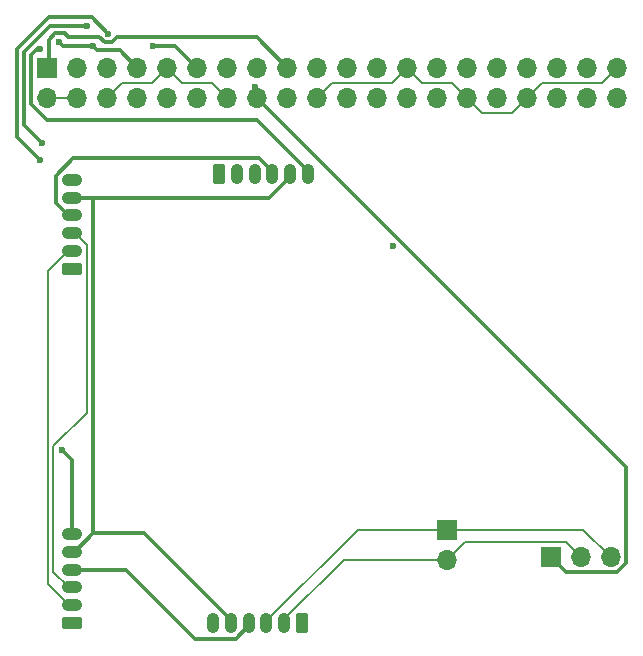
<source format=gbr>
%TF.GenerationSoftware,KiCad,Pcbnew,8.0.1*%
%TF.CreationDate,2024-09-23T21:20:22+09:00*%
%TF.ProjectId,Test2,54657374-322e-46b6-9963-61645f706362,rev?*%
%TF.SameCoordinates,Original*%
%TF.FileFunction,Copper,L2,Bot*%
%TF.FilePolarity,Positive*%
%FSLAX46Y46*%
G04 Gerber Fmt 4.6, Leading zero omitted, Abs format (unit mm)*
G04 Created by KiCad (PCBNEW 8.0.1) date 2024-09-23 21:20:22*
%MOMM*%
%LPD*%
G01*
G04 APERTURE LIST*
G04 Aperture macros list*
%AMRoundRect*
0 Rectangle with rounded corners*
0 $1 Rounding radius*
0 $2 $3 $4 $5 $6 $7 $8 $9 X,Y pos of 4 corners*
0 Add a 4 corners polygon primitive as box body*
4,1,4,$2,$3,$4,$5,$6,$7,$8,$9,$2,$3,0*
0 Add four circle primitives for the rounded corners*
1,1,$1+$1,$2,$3*
1,1,$1+$1,$4,$5*
1,1,$1+$1,$6,$7*
1,1,$1+$1,$8,$9*
0 Add four rect primitives between the rounded corners*
20,1,$1+$1,$2,$3,$4,$5,0*
20,1,$1+$1,$4,$5,$6,$7,0*
20,1,$1+$1,$6,$7,$8,$9,0*
20,1,$1+$1,$8,$9,$2,$3,0*%
G04 Aperture macros list end*
%TA.AperFunction,ComponentPad*%
%ADD10R,1.700000X1.700000*%
%TD*%
%TA.AperFunction,ComponentPad*%
%ADD11O,1.700000X1.700000*%
%TD*%
%TA.AperFunction,ComponentPad*%
%ADD12O,1.730000X1.030000*%
%TD*%
%TA.AperFunction,ComponentPad*%
%ADD13RoundRect,0.250000X0.615000X-0.265000X0.615000X0.265000X-0.615000X0.265000X-0.615000X-0.265000X0*%
%TD*%
%TA.AperFunction,ComponentPad*%
%ADD14RoundRect,0.250000X-0.265000X-0.615000X0.265000X-0.615000X0.265000X0.615000X-0.265000X0.615000X0*%
%TD*%
%TA.AperFunction,ComponentPad*%
%ADD15O,1.030000X1.730000*%
%TD*%
%TA.AperFunction,ComponentPad*%
%ADD16RoundRect,0.250000X0.265000X0.615000X-0.265000X0.615000X-0.265000X-0.615000X0.265000X-0.615000X0*%
%TD*%
%TA.AperFunction,ViaPad*%
%ADD17C,0.600000*%
%TD*%
%TA.AperFunction,Conductor*%
%ADD18C,0.200000*%
%TD*%
%TA.AperFunction,Conductor*%
%ADD19C,0.300000*%
%TD*%
G04 APERTURE END LIST*
D10*
%TO.P,Fan1,1,Pin_1*%
%TO.N,Net-(Fan1-Pin_1)*%
X131800000Y-122100000D03*
D11*
%TO.P,Fan1,2,Pin_2*%
%TO.N,Net-(Fan1-Pin_2)*%
X131800000Y-124640000D03*
%TD*%
D12*
%TO.P,J2_GPIO17,6,Pin_6*%
%TO.N,Net-(J1-GPIO17)*%
X100000000Y-92500000D03*
%TO.P,J2_GPIO17,5,Pin_5*%
%TO.N,Net-(J1-SCL{slash}GPIO3)*%
X100000000Y-94000000D03*
%TO.P,J2_GPIO17,4,Pin_4*%
%TO.N,Net-(J1-SDA{slash}GPIO2)*%
X100000000Y-95500000D03*
%TO.P,J2_GPIO17,3,Pin_3*%
%TO.N,Net-(Fan1-Pin_1)*%
X100000000Y-97000000D03*
%TO.P,J2_GPIO17,2,Pin_2*%
%TO.N,Net-(Fan1-Pin_2)*%
X100000000Y-98500000D03*
D13*
%TO.P,J2_GPIO17,1,Pin_1*%
%TO.N,unconnected-(J2_GPIO17-Pin_1-Pad1)*%
X100000000Y-100000000D03*
%TD*%
D14*
%TO.P,J1_GPIO4,1,Pin_1*%
%TO.N,unconnected-(J1_GPIO4-Pin_1-Pad1)*%
X112500000Y-92000000D03*
D15*
%TO.P,J1_GPIO4,2,Pin_2*%
%TO.N,Net-(Fan1-Pin_2)*%
X114000000Y-92000000D03*
%TO.P,J1_GPIO4,3,Pin_3*%
%TO.N,Net-(Fan1-Pin_1)*%
X115500000Y-92000000D03*
%TO.P,J1_GPIO4,4,Pin_4*%
%TO.N,Net-(J1-SDA{slash}GPIO2)*%
X117000000Y-92000000D03*
%TO.P,J1_GPIO4,5,Pin_5*%
%TO.N,Net-(J1-SCL{slash}GPIO3)*%
X118500000Y-92000000D03*
%TO.P,J1_GPIO4,6,Pin_6*%
%TO.N,Net-(J1-GCLK0{slash}GPIO4)*%
X120000000Y-92000000D03*
%TD*%
D16*
%TO.P,J4_GPIO22,1,Pin_1*%
%TO.N,unconnected-(J4_GPIO22-Pin_1-Pad1)*%
X119500000Y-130000000D03*
D15*
%TO.P,J4_GPIO22,2,Pin_2*%
%TO.N,Net-(Fan1-Pin_2)*%
X118000000Y-130000000D03*
%TO.P,J4_GPIO22,3,Pin_3*%
%TO.N,Net-(Fan1-Pin_1)*%
X116500000Y-130000000D03*
%TO.P,J4_GPIO22,4,Pin_4*%
%TO.N,Net-(J1-SDA{slash}GPIO2)*%
X115000000Y-130000000D03*
%TO.P,J4_GPIO22,5,Pin_5*%
%TO.N,Net-(J1-SCL{slash}GPIO3)*%
X113500000Y-130000000D03*
%TO.P,J4_GPIO22,6,Pin_6*%
%TO.N,Net-(J1-GPIO22)*%
X112000000Y-130000000D03*
%TD*%
D10*
%TO.P,M1_GPIO23,1,PWM*%
%TO.N,Net-(J1-GPIO23)*%
X140560000Y-124400000D03*
D11*
%TO.P,M1_GPIO23,2,+*%
%TO.N,Net-(Fan1-Pin_2)*%
X143100000Y-124400000D03*
%TO.P,M1_GPIO23,3,-*%
%TO.N,Net-(Fan1-Pin_1)*%
X145640000Y-124400000D03*
%TD*%
D10*
%TO.P,J1,1,3V3*%
%TO.N,Net-(J1-3V3-Pad1)*%
X97920000Y-83000000D03*
D11*
%TO.P,J1,2,5V*%
%TO.N,Net-(Fan1-Pin_2)*%
X97920000Y-85540000D03*
%TO.P,J1,3,SDA/GPIO2*%
%TO.N,Net-(J1-SDA{slash}GPIO2)*%
X100460000Y-83000000D03*
%TO.P,J1,4,5V*%
%TO.N,Net-(Fan1-Pin_2)*%
X100460000Y-85540000D03*
%TO.P,J1,5,SCL/GPIO3*%
%TO.N,Net-(J1-SCL{slash}GPIO3)*%
X103000000Y-83000000D03*
%TO.P,J1,6,GND*%
%TO.N,Net-(Fan1-Pin_1)*%
X103000000Y-85540000D03*
%TO.P,J1,7,GCLK0/GPIO4*%
%TO.N,Net-(J1-GCLK0{slash}GPIO4)*%
X105540000Y-83000000D03*
%TO.P,J1,8,GPIO14/TXD*%
%TO.N,unconnected-(J1-GPIO14{slash}TXD-Pad8)*%
X105540000Y-85540000D03*
%TO.P,J1,9,GND*%
%TO.N,Net-(Fan1-Pin_1)*%
X108080000Y-83000000D03*
%TO.P,J1,10,GPIO15/RXD*%
%TO.N,unconnected-(J1-GPIO15{slash}RXD-Pad10)*%
X108080000Y-85540000D03*
%TO.P,J1,11,GPIO17*%
%TO.N,Net-(J1-GPIO17)*%
X110620000Y-83000000D03*
%TO.P,J1,12,GPIO18/PWM0*%
%TO.N,unconnected-(J1-GPIO18{slash}PWM0-Pad12)*%
X110620000Y-85540000D03*
%TO.P,J1,13,GPIO27*%
%TO.N,Net-(J1-GPIO27)*%
X113160000Y-83000000D03*
%TO.P,J1,14,GND*%
%TO.N,Net-(Fan1-Pin_1)*%
X113160000Y-85540000D03*
%TO.P,J1,15,GPIO22*%
%TO.N,Net-(J1-GPIO22)*%
X115700000Y-83000000D03*
%TO.P,J1,16,GPIO23*%
%TO.N,Net-(J1-GPIO23)*%
X115700000Y-85540000D03*
%TO.P,J1,17,3V3*%
%TO.N,Net-(J1-3V3-Pad1)*%
X118240000Y-83000000D03*
%TO.P,J1,18,GPIO24*%
%TO.N,unconnected-(J1-GPIO24-Pad18)*%
X118240000Y-85540000D03*
%TO.P,J1,19,MOSI0/GPIO10*%
%TO.N,unconnected-(J1-MOSI0{slash}GPIO10-Pad19)*%
X120780000Y-83000000D03*
%TO.P,J1,20,GND*%
%TO.N,Net-(Fan1-Pin_1)*%
X120780000Y-85540000D03*
%TO.P,J1,21,MISO0/GPIO9*%
%TO.N,unconnected-(J1-MISO0{slash}GPIO9-Pad21)*%
X123320000Y-83000000D03*
%TO.P,J1,22,GPIO25*%
%TO.N,unconnected-(J1-GPIO25-Pad22)*%
X123320000Y-85540000D03*
%TO.P,J1,23,SCLK0/GPIO11*%
%TO.N,unconnected-(J1-SCLK0{slash}GPIO11-Pad23)*%
X125860000Y-83000000D03*
%TO.P,J1,24,~{CE0}/GPIO8*%
%TO.N,Net-(J1-~{CE0}{slash}GPIO8)*%
X125860000Y-85540000D03*
%TO.P,J1,25,GND*%
%TO.N,Net-(Fan1-Pin_1)*%
X128400000Y-83000000D03*
%TO.P,J1,26,~{CE1}/GPIO7*%
%TO.N,unconnected-(J1-~{CE1}{slash}GPIO7-Pad26)*%
X128400000Y-85540000D03*
%TO.P,J1,27,ID_SD/GPIO0*%
%TO.N,unconnected-(J1-ID_SD{slash}GPIO0-Pad27)*%
X130940000Y-83000000D03*
%TO.P,J1,28,ID_SC/GPIO1*%
%TO.N,unconnected-(J1-ID_SC{slash}GPIO1-Pad28)*%
X130940000Y-85540000D03*
%TO.P,J1,29,GCLK1/GPIO5*%
%TO.N,unconnected-(J1-GCLK1{slash}GPIO5-Pad29)*%
X133480000Y-83000000D03*
%TO.P,J1,30,GND*%
%TO.N,Net-(Fan1-Pin_1)*%
X133480000Y-85540000D03*
%TO.P,J1,31,GCLK2/GPIO6*%
%TO.N,unconnected-(J1-GCLK2{slash}GPIO6-Pad31)*%
X136020000Y-83000000D03*
%TO.P,J1,32,PWM0/GPIO12*%
%TO.N,unconnected-(J1-PWM0{slash}GPIO12-Pad32)*%
X136020000Y-85540000D03*
%TO.P,J1,33,PWM1/GPIO13*%
%TO.N,unconnected-(J1-PWM1{slash}GPIO13-Pad33)*%
X138560000Y-83000000D03*
%TO.P,J1,34,GND*%
%TO.N,Net-(Fan1-Pin_1)*%
X138560000Y-85540000D03*
%TO.P,J1,35,GPIO19/MISO1*%
%TO.N,unconnected-(J1-GPIO19{slash}MISO1-Pad35)*%
X141100000Y-83000000D03*
%TO.P,J1,36,GPIO16*%
%TO.N,unconnected-(J1-GPIO16-Pad36)*%
X141100000Y-85540000D03*
%TO.P,J1,37,GPIO26*%
%TO.N,unconnected-(J1-GPIO26-Pad37)*%
X143640000Y-83000000D03*
%TO.P,J1,38,GPIO20/MOSI1*%
%TO.N,unconnected-(J1-GPIO20{slash}MOSI1-Pad38)*%
X143640000Y-85540000D03*
%TO.P,J1,39,GND*%
%TO.N,Net-(Fan1-Pin_1)*%
X146180000Y-83000000D03*
%TO.P,J1,40,GPIO21/SCLK1*%
%TO.N,unconnected-(J1-GPIO21{slash}SCLK1-Pad40)*%
X146180000Y-85540000D03*
%TD*%
D12*
%TO.P,J3_GPIO27,6,Pin_6*%
%TO.N,Net-(J1-GPIO27)*%
X100000000Y-122500000D03*
%TO.P,J3_GPIO27,5,Pin_5*%
%TO.N,Net-(J1-SCL{slash}GPIO3)*%
X100000000Y-124000000D03*
%TO.P,J3_GPIO27,4,Pin_4*%
%TO.N,Net-(J1-SDA{slash}GPIO2)*%
X100000000Y-125500000D03*
%TO.P,J3_GPIO27,3,Pin_3*%
%TO.N,Net-(Fan1-Pin_1)*%
X100000000Y-127000000D03*
%TO.P,J3_GPIO27,2,Pin_2*%
%TO.N,Net-(Fan1-Pin_2)*%
X100000000Y-128500000D03*
D13*
%TO.P,J3_GPIO27,1,Pin_1*%
%TO.N,unconnected-(J3_GPIO27-Pin_1-Pad1)*%
X100000000Y-130000000D03*
%TD*%
D17*
%TO.N,Net-(J1-GCLK0{slash}GPIO4)*%
X98955100Y-80858600D03*
X101827000Y-81179800D03*
X97332400Y-81421700D03*
%TO.N,Net-(J1-~{CE0}{slash}GPIO8)*%
X127189000Y-98101100D03*
%TO.N,Net-(J1-GPIO27)*%
X99172200Y-115356600D03*
%TO.N,Net-(J1-SCL{slash}GPIO3)*%
X103106100Y-80104700D03*
X97317700Y-90793200D03*
%TO.N,Net-(J1-GPIO23)*%
X115550000Y-84642400D03*
%TO.N,Net-(J1-GPIO17)*%
X106935000Y-81179800D03*
X101313900Y-79500500D03*
X97518100Y-89384500D03*
%TD*%
D18*
%TO.N,Net-(Fan1-Pin_2)*%
X100460000Y-85540000D02*
X97920000Y-85540000D01*
X99786100Y-128500000D02*
X100000000Y-128500000D01*
X97968800Y-126682700D02*
X99786100Y-128500000D01*
X97968800Y-100195100D02*
X97968800Y-126682700D01*
X99663900Y-98500000D02*
X97968800Y-100195100D01*
X100000000Y-98500000D02*
X99663900Y-98500000D01*
X123057100Y-124640000D02*
X131800000Y-124640000D01*
X118000000Y-129697100D02*
X123057100Y-124640000D01*
X118000000Y-130000000D02*
X118000000Y-129697100D01*
X141848300Y-123148300D02*
X143100000Y-124400000D01*
X133291700Y-123148300D02*
X141848300Y-123148300D01*
X131800000Y-124640000D02*
X133291700Y-123148300D01*
%TO.N,Net-(Fan1-Pin_1)*%
X122050000Y-84270000D02*
X120780000Y-85540000D01*
X127130000Y-84270000D02*
X122050000Y-84270000D01*
X128400000Y-83000000D02*
X127130000Y-84270000D01*
X129670000Y-84270000D02*
X128400000Y-83000000D01*
X132210000Y-84270000D02*
X129670000Y-84270000D01*
X133480000Y-85540000D02*
X132210000Y-84270000D01*
X109350000Y-84270000D02*
X108080000Y-83000000D01*
X111890000Y-84270000D02*
X109350000Y-84270000D01*
X113160000Y-85540000D02*
X111890000Y-84270000D01*
X104270000Y-84270000D02*
X103000000Y-85540000D01*
X106810000Y-84270000D02*
X104270000Y-84270000D01*
X108080000Y-83000000D02*
X106810000Y-84270000D01*
X116500000Y-129812000D02*
X116500000Y-130000000D01*
X124212000Y-122100000D02*
X116500000Y-129812000D01*
X131800000Y-122100000D02*
X124212000Y-122100000D01*
X143340000Y-122100000D02*
X131800000Y-122100000D01*
X145640000Y-124400000D02*
X143340000Y-122100000D01*
X139830000Y-84270000D02*
X138560000Y-85540000D01*
X144910000Y-84270000D02*
X139830000Y-84270000D01*
X146180000Y-83000000D02*
X144910000Y-84270000D01*
X134731700Y-86791700D02*
X133480000Y-85540000D01*
X137308300Y-86791700D02*
X134731700Y-86791700D01*
X138560000Y-85540000D02*
X137308300Y-86791700D01*
X99808000Y-127000000D02*
X100000000Y-127000000D01*
X98470500Y-125662500D02*
X99808000Y-127000000D01*
X98470500Y-115066000D02*
X98470500Y-125662500D01*
X101267700Y-112268800D02*
X98470500Y-115066000D01*
X101267700Y-97999300D02*
X101267700Y-112268800D01*
X100268400Y-97000000D02*
X101267700Y-97999300D01*
X100000000Y-97000000D02*
X100268400Y-97000000D01*
D19*
%TO.N,Net-(J1-SDA{slash}GPIO2)*%
X99723500Y-95500000D02*
X100000000Y-95500000D01*
X98652300Y-94428800D02*
X99723500Y-95500000D01*
X98652300Y-92130600D02*
X98652300Y-94428800D01*
X100156000Y-90626900D02*
X98652300Y-92130600D01*
X115901200Y-90626900D02*
X100156000Y-90626900D01*
X117000000Y-91725700D02*
X115901200Y-90626900D01*
X117000000Y-92000000D02*
X117000000Y-91725700D01*
X104606600Y-125500000D02*
X100000000Y-125500000D01*
X110440200Y-131333600D02*
X104606600Y-125500000D01*
X113885200Y-131333600D02*
X110440200Y-131333600D01*
X115000000Y-130218800D02*
X113885200Y-131333600D01*
X115000000Y-130000000D02*
X115000000Y-130218800D01*
%TO.N,Net-(J1-GCLK0{slash}GPIO4)*%
X102166700Y-81519500D02*
X101827000Y-81179800D01*
X104059500Y-81519500D02*
X102166700Y-81519500D01*
X105540000Y-83000000D02*
X104059500Y-81519500D01*
X99276300Y-81179800D02*
X98955100Y-80858600D01*
X101827000Y-81179800D02*
X99276300Y-81179800D01*
X97114200Y-81421700D02*
X97332400Y-81421700D01*
X96592300Y-81943600D02*
X97114200Y-81421700D01*
X96592300Y-86105700D02*
X96592300Y-81943600D01*
X97918500Y-87431900D02*
X96592300Y-86105700D01*
X115697700Y-87431900D02*
X97918500Y-87431900D01*
X120000000Y-91734200D02*
X115697700Y-87431900D01*
X120000000Y-92000000D02*
X120000000Y-91734200D01*
%TO.N,Net-(J1-GPIO27)*%
X100000000Y-116184400D02*
X100000000Y-122500000D01*
X99172200Y-115356600D02*
X100000000Y-116184400D01*
%TO.N,Net-(J1-SCL{slash}GPIO3)*%
X100000000Y-94000000D02*
X101854300Y-94000000D01*
X118500000Y-92229700D02*
X118500000Y-92000000D01*
X116729700Y-94000000D02*
X118500000Y-92229700D01*
X101854300Y-94000000D02*
X116729700Y-94000000D01*
X106143400Y-122396800D02*
X101854300Y-122396800D01*
X113500000Y-129753400D02*
X106143400Y-122396800D01*
X113500000Y-130000000D02*
X113500000Y-129753400D01*
X101854300Y-94000000D02*
X101854300Y-122396800D01*
X100251100Y-124000000D02*
X100000000Y-124000000D01*
X101854300Y-122396800D02*
X100251100Y-124000000D01*
X95388900Y-88864400D02*
X97317700Y-90793200D01*
X95388900Y-81414300D02*
X95388900Y-88864400D01*
X98060600Y-78742600D02*
X95388900Y-81414300D01*
X101744000Y-78742600D02*
X98060600Y-78742600D01*
X103106100Y-80104700D02*
X101744000Y-78742600D01*
%TO.N,Net-(J1-GPIO23)*%
X141873500Y-125713500D02*
X140560000Y-124400000D01*
X146207900Y-125713500D02*
X141873500Y-125713500D01*
X146951500Y-124969900D02*
X146207900Y-125713500D01*
X146951500Y-116791500D02*
X146951500Y-124969900D01*
X115700000Y-85540000D02*
X146951500Y-116791500D01*
%TO.N,Net-(J1-3V3-Pad1)*%
X115662800Y-80422800D02*
X118240000Y-83000000D01*
X103851100Y-80422800D02*
X115662800Y-80422800D01*
X103417500Y-80856400D02*
X103851100Y-80422800D01*
X102794800Y-80856400D02*
X103417500Y-80856400D01*
X102318300Y-80379900D02*
X102794800Y-80856400D01*
X99688300Y-80379900D02*
X102318300Y-80379900D01*
X99406600Y-80098200D02*
X99688300Y-80379900D01*
X98601300Y-80098200D02*
X99406600Y-80098200D01*
X98084100Y-80615400D02*
X98601300Y-80098200D01*
X98084100Y-82835900D02*
X98084100Y-80615400D01*
X97920000Y-83000000D02*
X98084100Y-82835900D01*
%TO.N,Net-(J1-GPIO17)*%
X108799800Y-81179800D02*
X110620000Y-83000000D01*
X106935000Y-81179800D02*
X108799800Y-81179800D01*
X101309300Y-79495900D02*
X101313900Y-79500500D01*
X98169200Y-79495900D02*
X101309300Y-79495900D01*
X95990600Y-81674500D02*
X98169200Y-79495900D01*
X95990600Y-87857000D02*
X95990600Y-81674500D01*
X97518100Y-89384500D02*
X95990600Y-87857000D01*
%TD*%
M02*

</source>
